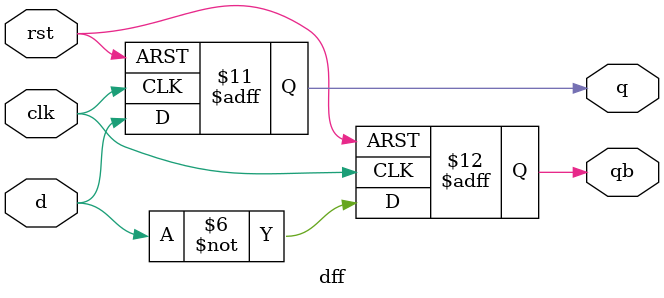
<source format=v>
`timescale 1ns / 1ps


module dff(
    input clk,
    input rst,
    input d,
    output reg q,
    output reg qb
    );
    
    always @(posedge clk or negedge rst)begin
    if (rst==0)begin
    q<=0;
    qb<=1;
    end
    else if (d==0 || d==1)begin
    q<=d;
    qb<=~d;
    end
    end
endmodule

</source>
